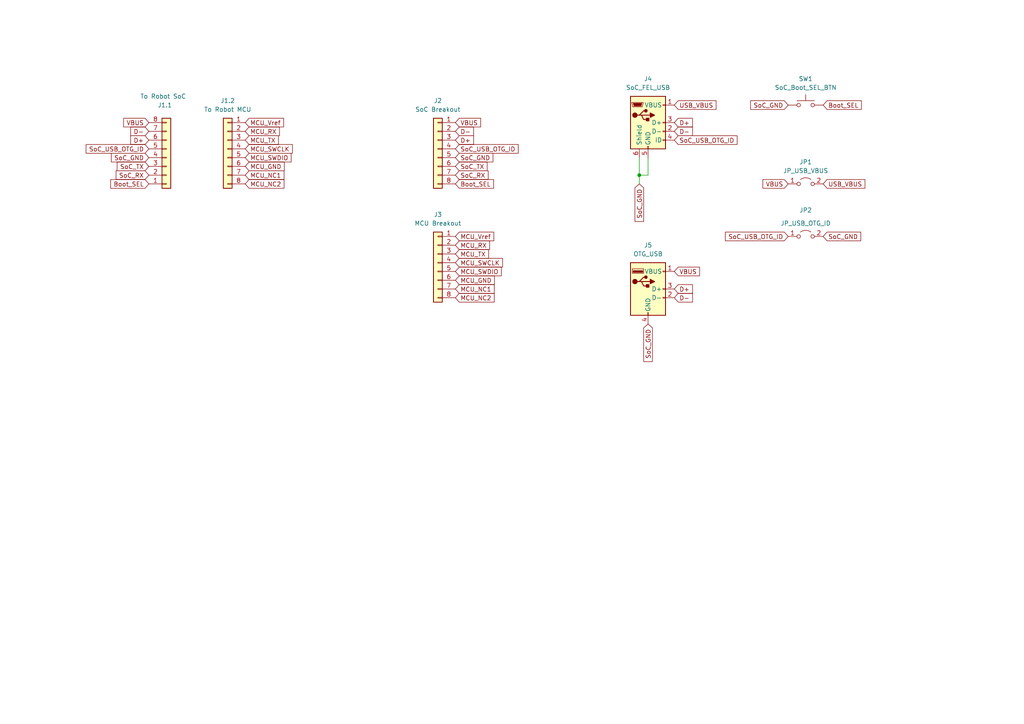
<source format=kicad_sch>
(kicad_sch (version 20211123) (generator eeschema)
  (paper "A4")
  (lib_symbols
    (symbol "Connector:USB_A" (pin_names (offset 1.016))
      (property "Reference" "J5" (at 0 12.7 0))
      (property "Value" "OTG_USB" (at 0 10.16 0))
      (symbol "USB_A_0_1"
        (rectangle (start -5.08 -7.62) (end 5.08 7.62) (stroke (width 0.254)) (fill (type background)))
        (circle (center -3.81 2.159) (radius 0.635) (stroke (width 0.254)) (fill (type outline)))
        (rectangle (start -1.524 4.826) (end -4.318 5.334) (fill (type outline)))
        (rectangle (start -1.27 4.572) (end -4.572 5.842))
        (circle (center -0.635 3.429) (radius 0.381) (stroke (width 0.254)) (fill (type outline)))
        (rectangle (start -0.127 -7.62) (end 0.127 -6.858))
        (polyline (pts (xy -3.175 2.159) (xy -2.54 2.159) (xy -1.27 3.429) (xy -0.635 3.429)) (stroke (width 0.254)))
        (polyline (pts (xy -2.54 2.159) (xy -1.905 2.159) (xy -1.27 0.889) (xy 0 0.889)) (stroke (width 0.254)))
        (polyline (pts (xy 0.635 2.794) (xy 0.635 1.524) (xy 1.905 2.159) (xy 0.635 2.794)) (stroke (width 0.254)) (fill (type outline)))
        (rectangle (start 0.254 1.27) (end -0.508 0.508) (stroke (width 0.254)) (fill (type outline)))
        (rectangle (start 5.08 -2.667) (end 4.318 -2.413))
        (rectangle (start 5.08 -0.127) (end 4.318 0.127))
        (rectangle (start 5.08 4.953) (end 4.318 5.207))
      )
      (symbol "USB_A_1_1"
        (polyline (pts (xy -1.905 2.159) (xy 0.635 2.159)) (stroke (width 0.254)))
        (pin power_in line (at 7.62 5.08 180) (length 2.54) (name "VBUS") (number "1"))
        (pin bidirectional line (at 7.62 -2.54 180) (length 2.54) (name "D-") (number "2"))
        (pin bidirectional line (at 7.62 0 180) (length 2.54) (name "D+") (number "3"))
        (pin power_in line (at 0 -10.16 90) (length 2.54) (name "GND") (number "4"))
      )
    )
    (symbol "Connector:USB_B_Micro" (pin_names (offset 1.016))
      (property "Reference" "J" (at -5.08 11.43 0))
      (property "Value" "USB_B_Micro" (at -5.08 8.89 0))
      (symbol "USB_B_Micro_0_1"
        (rectangle (start -5.08 -7.62) (end 5.08 7.62) (stroke (width 0.254)) (fill (type background)))
        (circle (center -3.81 2.159) (radius 0.635) (stroke (width 0.254)) (fill (type outline)))
        (circle (center -0.635 3.429) (radius 0.381) (stroke (width 0.254)) (fill (type outline)))
        (rectangle (start -0.127 -7.62) (end 0.127 -6.858))
        (polyline (pts (xy -1.905 2.159) (xy 0.635 2.159)) (stroke (width 0.254)))
        (polyline (pts (xy -3.175 2.159) (xy -2.54 2.159) (xy -1.27 3.429) (xy -0.635 3.429)) (stroke (width 0.254)))
        (polyline (pts (xy -2.54 2.159) (xy -1.905 2.159) (xy -1.27 0.889) (xy 0 0.889)) (stroke (width 0.254)))
        (polyline (pts (xy 0.635 2.794) (xy 0.635 1.524) (xy 1.905 2.159) (xy 0.635 2.794)) (stroke (width 0.254)) (fill (type outline)))
        (polyline (pts (xy -4.318 5.588) (xy -1.778 5.588) (xy -2.032 4.826) (xy -4.064 4.826) (xy -4.318 5.588)) (fill (type outline)))
        (polyline (pts (xy -4.699 5.842) (xy -4.699 5.588) (xy -4.445 4.826) (xy -4.445 4.572) (xy -1.651 4.572) (xy -1.651 4.826) (xy -1.397 5.588) (xy -1.397 5.842) (xy -4.699 5.842)))
        (rectangle (start 0.254 1.27) (end -0.508 0.508) (stroke (width 0.254)) (fill (type outline)))
        (rectangle (start 5.08 -5.207) (end 4.318 -4.953))
        (rectangle (start 5.08 -2.667) (end 4.318 -2.413))
        (rectangle (start 5.08 -0.127) (end 4.318 0.127))
        (rectangle (start 5.08 4.953) (end 4.318 5.207))
      )
      (symbol "USB_B_Micro_1_1"
        (pin power_out line (at 7.62 5.08 180) (length 2.54) (name "VBUS") (number "1"))
        (pin bidirectional line (at 7.62 -2.54 180) (length 2.54) (name "D-") (number "2"))
        (pin bidirectional line (at 7.62 0 180) (length 2.54) (name "D+") (number "3"))
        (pin passive line (at 7.62 -5.08 180) (length 2.54) (name "ID") (number "4"))
        (pin power_out line (at 0 -10.16 90) (length 2.54) (name "GND") (number "5"))
        (pin passive line (at -2.54 -10.16 90) (length 2.54) (name "Shield") (number "6"))
      )
    )
    (symbol "Connector_Generic:Conn_01x08" (pin_names (offset 1.016) hide)
      (property "Reference" "J" (at 0 10.16 0))
      (property "Value" "Conn_01x08" (at 0 -12.7 0))
      (symbol "Conn_01x08_1_1"
        (rectangle (start -1.27 -10.033) (end 0 -10.287) (stroke (width 0.1524)))
        (rectangle (start -1.27 -7.493) (end 0 -7.747) (stroke (width 0.1524)))
        (rectangle (start -1.27 -4.953) (end 0 -5.207) (stroke (width 0.1524)))
        (rectangle (start -1.27 -2.413) (end 0 -2.667) (stroke (width 0.1524)))
        (rectangle (start -1.27 0.127) (end 0 -0.127) (stroke (width 0.1524)))
        (rectangle (start -1.27 2.667) (end 0 2.413) (stroke (width 0.1524)))
        (rectangle (start -1.27 5.207) (end 0 4.953) (stroke (width 0.1524)))
        (rectangle (start -1.27 7.747) (end 0 7.493) (stroke (width 0.1524)))
        (rectangle (start -1.27 8.89) (end 1.27 -11.43) (stroke (width 0.254)) (fill (type background)))
        (pin passive line (at -5.08 7.62 0) (length 3.81) (name "Pin_1") (number "1"))
        (pin passive line (at -5.08 5.08 0) (length 3.81) (name "Pin_2") (number "2"))
        (pin passive line (at -5.08 2.54 0) (length 3.81) (name "Pin_3") (number "3"))
        (pin passive line (at -5.08 0 0) (length 3.81) (name "Pin_4") (number "4"))
        (pin passive line (at -5.08 -2.54 0) (length 3.81) (name "Pin_5") (number "5"))
        (pin passive line (at -5.08 -5.08 0) (length 3.81) (name "Pin_6") (number "6"))
        (pin passive line (at -5.08 -7.62 0) (length 3.81) (name "Pin_7") (number "7"))
        (pin passive line (at -5.08 -10.16 0) (length 3.81) (name "Pin_8") (number "8"))
      )
    )
    (symbol "Jumper:Jumper_2_Open" (pin_names (offset 0) hide)
      (property "Reference" "JP" (at 0 2.794 0))
      (property "Value" "Jumper_2_Open" (at 0 -2.286 0))
      (symbol "Jumper_2_Open_0_0"
        (circle (center -2.032 0) (radius 0.508))
        (circle (center 2.032 0) (radius 0.508))
      )
      (symbol "Jumper_2_Open_0_1"
        (arc (start 1.524 1.27) (mid 0 1.778) (end -1.524 1.27))
      )
      (symbol "Jumper_2_Open_1_1"
        (pin passive line (at -5.08 0 0) (length 2.54) (name "A") (number "1"))
        (pin passive line (at 5.08 0 180) (length 2.54) (name "B") (number "2"))
      )
    )
    (symbol "Switch:SW_Push" (pin_numbers hide) (pin_names (offset 1.016) hide)
      (property "Reference" "SW" (at 1.27 2.54 0))
      (property "Value" "SW_Push" (at 0 -1.524 0))
      (symbol "SW_Push_0_1"
        (circle (center -2.032 0) (radius 0.508))
        (polyline (pts (xy 0 1.27) (xy 0 3.048)))
        (polyline (pts (xy 2.54 1.27) (xy -2.54 1.27)))
        (circle (center 2.032 0) (radius 0.508))
        (pin passive line (at -5.08 0 0) (length 2.54) (name "1") (number "1"))
        (pin passive line (at 5.08 0 180) (length 2.54) (name "2") (number "2"))
      )
    )
  )
  (junction (at 185.42 50.8))
  (wire (pts (xy 185.42 50.8) (xy 185.42 45.72)))
  (wire (pts (xy 187.96 45.72) (xy 187.96 50.8)))
  (wire (pts (xy 185.42 53.34) (xy 185.42 50.8)))
  (wire (pts (xy 185.42 50.8) (xy 187.96 50.8)))
  (global_label "SoC_RX" (shape input) (at 43.18 50.8 180) (property "Intersheet References" "${INTERSHEET_REFS}" (effects hide)))
  (global_label "Boot_SEL" (shape input) (at 132.08 53.34 0) (property "Intersheet References" "${INTERSHEET_REFS}" (effects hide)))
  (global_label "MCU_SWDIO" (shape input) (at 71.12 45.72 0) (property "Intersheet References" "${INTERSHEET_REFS}" (effects hide)))
  (global_label "MCU_RX" (shape input) (at 132.08 71.12 0) (property "Intersheet References" "${INTERSHEET_REFS}" (effects hide)))
  (global_label "SoC_GND" (shape input) (at 187.96 93.98 270) (property "Intersheet References" "${INTERSHEET_REFS}" (effects hide)))
  (global_label "VBUS" (shape input) (at 195.58 78.74 0) (property "Intersheet References" "${INTERSHEET_REFS}" (effects hide)))
  (global_label "MCU_TX" (shape input) (at 132.08 73.66 0) (property "Intersheet References" "${INTERSHEET_REFS}" (effects hide)))
  (global_label "D+" (shape input) (at 43.18 40.64 180) (property "Intersheet References" "${INTERSHEET_REFS}" (effects hide)))
  (global_label "MCU_SWCLK" (shape input) (at 71.12 43.18 0) (property "Intersheet References" "${INTERSHEET_REFS}" (effects hide)))
  (global_label "SoC_RX" (shape input) (at 132.08 50.8 0) (property "Intersheet References" "${INTERSHEET_REFS}" (effects hide)))
  (global_label "D+" (shape input) (at 132.08 40.64 0) (property "Intersheet References" "${INTERSHEET_REFS}" (effects hide)))
  (global_label "MCU_SWDIO" (shape input) (at 132.08 78.74 0) (property "Intersheet References" "${INTERSHEET_REFS}" (effects hide)))
  (global_label "VBUS" (shape input) (at 43.18 35.56 180) (property "Intersheet References" "${INTERSHEET_REFS}" (effects hide)))
  (global_label "D-" (shape input) (at 132.08 38.1 0) (property "Intersheet References" "${INTERSHEET_REFS}" (effects hide)))
  (global_label "VBUS" (shape input) (at 132.08 35.56 0) (property "Intersheet References" "${INTERSHEET_REFS}" (effects hide)))
  (global_label "D+" (shape input) (at 195.58 35.56 0) (property "Intersheet References" "${INTERSHEET_REFS}" (effects hide)))
  (global_label "MCU_NC1" (shape input) (at 71.12 50.8 0) (property "Intersheet References" "${INTERSHEET_REFS}" (effects hide)))
  (global_label "SoC_TX" (shape input) (at 43.18 48.26 180) (property "Intersheet References" "${INTERSHEET_REFS}" (effects hide)))
  (global_label "SoC_USB_OTG_ID" (shape input) (at 228.6 68.58 180) (property "Intersheet References" "${INTERSHEET_REFS}" (effects hide)))
  (global_label "Boot_SEL" (shape input) (at 238.76 30.48 0) (property "Intersheet References" "${INTERSHEET_REFS}" (effects hide)))
  (global_label "SoC_GND" (shape input) (at 132.08 45.72 0) (property "Intersheet References" "${INTERSHEET_REFS}" (effects hide)))
  (global_label "SoC_TX" (shape input) (at 132.08 48.26 0) (property "Intersheet References" "${INTERSHEET_REFS}" (effects hide)))
  (global_label "MCU_NC2" (shape input) (at 132.08 86.36 0) (property "Intersheet References" "${INTERSHEET_REFS}" (effects hide)))
  (global_label "SoC_USB_OTG_ID" (shape input) (at 195.58 40.64 0) (property "Intersheet References" "${INTERSHEET_REFS}" (effects hide)))
  (global_label "MCU_SWCLK" (shape input) (at 132.08 76.2 0) (property "Intersheet References" "${INTERSHEET_REFS}" (effects hide)))
  (global_label "VBUS" (shape input) (at 228.6 53.34 180) (property "Intersheet References" "${INTERSHEET_REFS}" (effects hide)))
  (global_label "MCU_GND" (shape input) (at 132.08 81.28 0) (property "Intersheet References" "${INTERSHEET_REFS}" (effects hide)))
  (global_label "MCU_NC2" (shape input) (at 71.12 53.34 0) (property "Intersheet References" "${INTERSHEET_REFS}" (effects hide)))
  (global_label "SoC_GND" (shape input) (at 228.6 30.48 180) (property "Intersheet References" "${INTERSHEET_REFS}" (effects hide)))
  (global_label "SoC_GND" (shape input) (at 185.42 53.34 270) (property "Intersheet References" "${INTERSHEET_REFS}" (effects hide)))
  (global_label "MCU_NC1" (shape input) (at 132.08 83.82 0) (property "Intersheet References" "${INTERSHEET_REFS}" (effects hide)))
  (global_label "SoC_GND" (shape input) (at 43.18 45.72 180) (property "Intersheet References" "${INTERSHEET_REFS}" (effects hide)))
  (global_label "D-" (shape input) (at 195.58 86.36 0) (property "Intersheet References" "${INTERSHEET_REFS}" (effects hide)))
  (global_label "D-" (shape input) (at 195.58 38.1 0) (property "Intersheet References" "${INTERSHEET_REFS}" (effects hide)))
  (global_label "USB_VBUS" (shape input) (at 195.58 30.48 0) (property "Intersheet References" "${INTERSHEET_REFS}" (effects hide)))
  (global_label "MCU_RX" (shape input) (at 71.12 38.1 0) (property "Intersheet References" "${INTERSHEET_REFS}" (effects hide)))
  (global_label "SoC_USB_OTG_ID" (shape input) (at 132.08 43.18 0) (property "Intersheet References" "${INTERSHEET_REFS}" (effects hide)))
  (global_label "SoC_GND" (shape input) (at 238.76 68.58 0) (property "Intersheet References" "${INTERSHEET_REFS}" (effects hide)))
  (global_label "SoC_USB_OTG_ID" (shape input) (at 43.18 43.18 180) (property "Intersheet References" "${INTERSHEET_REFS}" (effects hide)))
  (global_label "D+" (shape input) (at 195.58 83.82 0) (property "Intersheet References" "${INTERSHEET_REFS}" (effects hide)))
  (global_label "MCU_Vref" (shape input) (at 132.08 68.58 0) (property "Intersheet References" "${INTERSHEET_REFS}" (effects hide)))
  (global_label "MCU_GND" (shape input) (at 71.12 48.26 0) (property "Intersheet References" "${INTERSHEET_REFS}" (effects hide)))
  (global_label "MCU_TX" (shape input) (at 71.12 40.64 0) (property "Intersheet References" "${INTERSHEET_REFS}" (effects hide)))
  (global_label "MCU_Vref" (shape input) (at 71.12 35.56 0) (property "Intersheet References" "${INTERSHEET_REFS}" (effects hide)))
  (global_label "USB_VBUS" (shape input) (at 238.76 53.34 0) (property "Intersheet References" "${INTERSHEET_REFS}" (effects hide)))
  (global_label "Boot_SEL" (shape input) (at 43.18 53.34 180) (property "Intersheet References" "${INTERSHEET_REFS}" (effects hide)))
  (global_label "D-" (shape input) (at 43.18 38.1 180) (property "Intersheet References" "${INTERSHEET_REFS}" (effects hide)))
  (symbol (lib_id "Connector:USB_B_Micro") (at 187.96 35.56 0) (unit 1)
    (property "Reference" "J4" (at 187.96 22.86 0))
    (property "Value" "SoC_FEL_USB" (at 187.96 25.4 0))
    (property "Footprint" "Connector_USB:USB_Micro-B_Wuerth_614105150721_Vertical" (effects hide))
  )
  (symbol (lib_id "Jumper:Jumper_2_Open") (at 233.68 68.58 0) (unit 1)
    (property "Reference" "JP2" (at 233.68 60.96 0))
    (property "Value" "JP_USB_OTG_ID" (at 233.68 64.77 0))
    (property "Footprint" "Connector_PinSocket_2.00mm:PinSocket_1x02_P2.00mm_Vertical" (effects hide))
  )
  (symbol (lib_id "Switch:SW_Push") (at 233.68 30.48 0) (unit 1)
    (property "Reference" "SW1" (at 233.68 22.86 0))
    (property "Value" "SoC_Boot_SEL_BTN" (at 233.68 25.4 0))
    (property "Footprint" "Button_Switch_THT:SW_PUSH_6mm" (effects hide))
  )
  (symbol (lib_id "Connector_Generic:Conn_01x08") (at 127 76.2 0) (mirror y) (unit 1)
    (property "Reference" "J3" (at 127 62.23 0))
    (property "Value" "MCU Breakout" (at 127 64.77 0))
    (property "Footprint" "Connector_PinSocket_2.54mm:PinSocket_1x08_P2.54mm_Vertical" (effects hide))
  )
  (symbol (lib_id "Connector:USB_A") (at 187.96 83.82 0) (unit 1)
    (property "Reference" "J5" (at 187.96 71.12 0))
    (property "Value" "OTG_USB" (at 187.96 73.66 0))
    (property "Footprint" "Custom:ONSHORE_USB-A1VSB6" (effects hide))
    (property "Datasheet" " ~" (effects hide))
  )
  (symbol (lib_id "Connector_Generic:Conn_01x08") (at 48.26 45.72 0) (mirror x) (unit 1)
    (property "Reference" "J1.1" (at 45.72 30.48 0) (effects (justify left)))
    (property "Value" "To Robot SoC" (at 40.64 27.94 0) (effects (justify left)))
    (property "Footprint" "Custom:DGI_8_SMDPADS" (effects hide))
  )
  (symbol (lib_id "Connector_Generic:Conn_01x08") (at 66.04 43.18 0) (mirror y) (unit 1)
    (property "Reference" "J1.2" (at 66.04 29.21 0))
    (property "Value" "To Robot MCU" (at 66.04 31.75 0))
    (property "Footprint" "Custom:DGI_8_SMDPADS" (effects hide))
  )
  (symbol (lib_id "Connector_Generic:Conn_01x08") (at 127 43.18 0) (mirror y) (unit 1)
    (property "Reference" "J2" (at 127 29.21 0))
    (property "Value" "SoC Breakout" (at 127 31.75 0))
    (property "Footprint" "Connector_PinSocket_2.54mm:PinSocket_1x08_P2.54mm_Vertical" (effects hide))
  )
  (symbol (lib_id "Jumper:Jumper_2_Open") (at 233.68 53.34 0) (unit 1)
    (property "Reference" "JP1" (at 233.68 46.99 0))
    (property "Value" "JP_USB_VBUS" (at 233.68 49.53 0))
    (property "Footprint" "Connector_PinSocket_2.00mm:PinSocket_1x02_P2.00mm_Vertical" (effects hide))
  )
)
</source>
